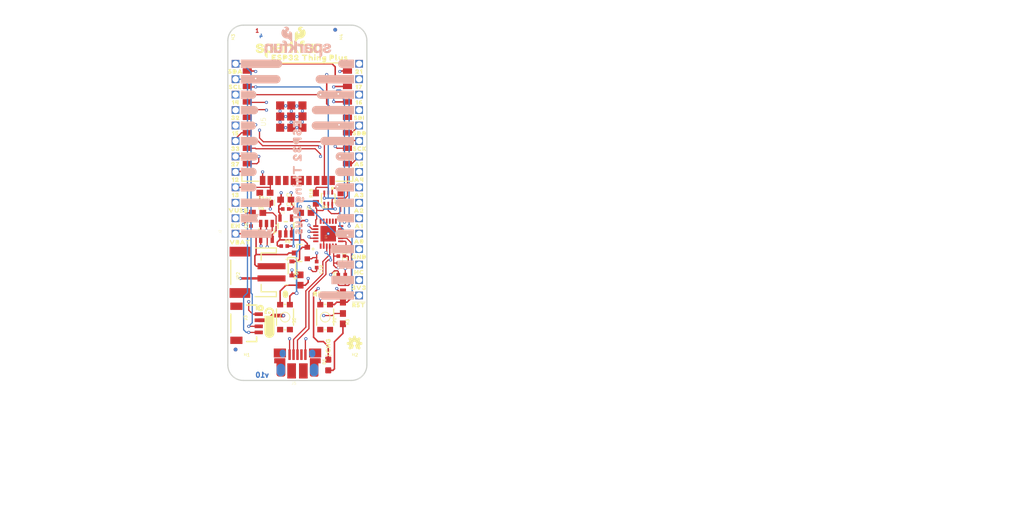
<source format=kicad_pcb>
(kicad_pcb (version 20211014) (generator pcbnew)
  (layers (0 "F.Cu" signal) (1 "In1.Cu" signal) (2 "In2.Cu" signal) (31 "B.Cu" signal) (34 "B.Paste" user) (35 "F.Paste" user) (36 "B.SilkS" user "B.Silkscreen") (37 "F.SilkS" user "F.Silkscreen") (38 "B.Mask" user) (39 "F.Mask" user) (44 "Edge.Cuts" user))
  (net 0 "")
  (net 1 "3.3V")
  (net 2 "CHIP_PU")
  (net 3 "GND")
  (net 4 "DTR")
  (net 5 "V_USB")
  (net 6 "D-")
  (net 7 "D+")
  (net 8 "VIN")
  (net 9 "RTS")
  (net 10 "CHG")
  (net 11 "N$14")
  (net 12 "V_BATT")
  (net 13 "N$10")
  (net 14 "N$12")
  (net 15 "0")
  (net 16 "N$17")
  (net 17 "N$1")
  (net 18 "A0")
  (net 19 "A1")
  (net 20 "A2")
  (net 21 "A3")
  (net 22 "A4")
  (net 23 "A5")
  (net 24 "SCK")
  (net 25 "COPI")
  (net 26 "CIPO")
  (net 27 "RX")
  (net 28 "TX")
  (net 29 "SDA")
  (net 30 "SCL")
  (net 31 "14")
  (net 32 "32")
  (net 33 "15")
  (net 34 "33")
  (net 35 "27")
  (net 36 "12")
  (net 37 "13")
  (net 38 "EN")
  (net 39 "16")
  (net 40 "17")
  (net 41 "N$2")
  (net 42 "21")
  (net 43 "N$4")
  (footprint "boardEagle:STAND-OFF-TIGHT" (layer "F.Cu") (at 139.6111 78.3336 90)
    (fp_text reference "H3")
    (fp_text value "STAND-OFFTIGHT")
  )
  (footprint "boardEagle:0402-TIGHT" (layer "F.Cu") (at 151.6761 115.1636 -90)
    (fp_text reference "C19")
    (fp_text value "4.7uF")
  )
  (footprint "boardEagle:330" (layer "F.Cu") (at 138.3411 96.1136)
    (fp_text reference "U$70" hide)
    (fp_text value "" hide)
  )
  (footprint "boardEagle:GND0" (layer "F.Cu") (at 158.6611 113.8936)
    (fp_text reference "U$83" hide)
    (fp_text value "" hide)
  )
  (footprint "boardEagle:270" (layer "F.Cu") (at 138.3411 98.6536)
    (fp_text reference "U$71" hide)
    (fp_text value "" hide)
  )
  (footprint "boardEagle:ORDERING_INSTRUCTIONS" (layer "F.Cu") (at 166.2811 83.4136)
    (fp_text reference "U$59" hide)
    (fp_text value "" hide)
  )
  (footprint "boardEagle:ESP32_THING_PLUS0" (layer "F.Cu") (at 143.5481 81.1276)
    (fp_text reference "U$24" hide)
    (fp_text value "" hide)
  )
  (footprint "boardEagle:RESET0" (layer "F.Cu") (at 153.1747 120.015)
    (fp_text reference "U$79" hide)
    (fp_text value "" hide)
  )
  (footprint "boardEagle:USB-MICROB-PTH-MILL" (layer "F.Cu") (at 148.5221 129.9718)
    (fp_text reference "J5")
    (fp_text value "")
  )
  (footprint "boardEagle:SDA0" (layer "F.Cu") (at 138.3411 83.4136)
    (fp_text reference "U$25" hide)
    (fp_text value "" hide)
  )
  (footprint "boardEagle:SOD-323" (layer "F.Cu") (at 147.6121 115.7986 -90)
    (fp_text reference "D2")
    (fp_text value "1A/23V/620mV")
  )
  (footprint "boardEagle:STAND-OFF-TIGHT" (layer "F.Cu") (at 157.3911 78.3336 90)
    (fp_text reference "H4")
    (fp_text value "STAND-OFFTIGHT")
  )
  (footprint "boardEagle:0603" (layer "F.Cu") (at 155.9941 124.0536 -90)
    (fp_text reference "R3")
    (fp_text value "1K")
  )
  (footprint "boardEagle:FOUR_LAYER_WARNING" (layer "F.Cu") (at 167.5511 94.8436)
    (fp_text reference "LOGO4" hide)
    (fp_text value "FOUR_LAYER_WARNING" hide)
  )
  (footprint "boardEagle:STAND-OFF-TIGHT" (layer "F.Cu") (at 157.3911 131.6736)
    (fp_text reference "H2")
    (fp_text value "STAND-OFFTIGHT")
  )
  (footprint "boardEagle:0603" (layer "F.Cu") (at 155.9941 120.4976 90)
    (fp_text reference "R2")
    (fp_text value "10k")
  )
  (footprint "boardEagle:LED-0603" (layer "F.Cu") (at 143.1671 105.0036)
    (fp_text reference "D3")
    (fp_text value "BLUE")
  )
  (footprint "boardEagle:VBAT0" (layer "F.Cu") (at 139.1285 111.4806)
    (fp_text reference "U$77" hide)
    (fp_text value "" hide)
  )
  (footprint "boardEagle:STAND-OFF-TIGHT" (layer "F.Cu") (at 139.6111 131.6736)
    (fp_text reference "H1")
    (fp_text value "STAND-OFFTIGHT")
  )
  (footprint "boardEagle:A40" (layer "F.Cu") (at 158.6611 101.1936)
    (fp_text reference "U$88" hide)
    (fp_text value "" hide)
  )
  (footprint "boardEagle:170" (layer "F.Cu") (at 158.6611 85.9536)
    (fp_text reference "U$94" hide)
    (fp_text value "" hide)
  )
  (footprint "boardEagle:SC70-6" (layer "F.Cu") (at 153.5811 104.2416 180)
    (fp_text reference "Q2")
    (fp_text value "MBT3904DW1T1")
  )
  (footprint "boardEagle:JST-2-SMD" (layer "F.Cu") (at 140.5509 116.4336 90)
    (fp_text reference "JP2")
    (fp_text value "LiPo")
  )
  (footprint "boardEagle:SOT23-5" (layer "F.Cu") (at 143.4211 109.7026 180)
    (fp_text reference "U1")
    (fp_text value "MCP73831")
  )
  (footprint "boardEagle:FIDUCIAL-MICRO" (layer "F.Cu") (at 138.3411 129.1336)
    (fp_text reference "FD3" hide)
    (fp_text value "FIDUCIALUFIDUCIAL" hide)
  )
  (footprint "boardEagle:0402-TIGHT" (layer "F.Cu") (at 155.7401 114.9096)
    (fp_text reference "C3")
    (fp_text value "4.7uF")
  )
  (footprint "boardEagle:SFE_LOGO_NAME_FLAME_.1" (layer "F.Cu") (at 147.2311 79.7306)
    (fp_text reference "LOGO5" hide)
    (fp_text value "SFE_LOGO_NAME_FLAME.1_INCH" hide)
  )
  (footprint "boardEagle:SDI0" (layer "F.Cu") (at 158.6865 91.0336)
    (fp_text reference "U$2" hide)
    (fp_text value "" hide)
  )
  (footprint "boardEagle:SCK0" (layer "F.Cu") (at 158.7627 96.1136)
    (fp_text reference "U$90" hide)
    (fp_text value "" hide)
  )
  (footprint "boardEagle:120" (layer "F.Cu") (at 138.3411 101.1936)
    (fp_text reference "U$72" hide)
    (fp_text value "" hide)
  )
  (footprint "boardEagle:0603" (layer "F.Cu") (at 155.6131 104.2416 -90)
    (fp_text reference "R17")
    (fp_text value "10k")
  )
  (footprint "boardEagle:0402-TIGHT" (layer "F.Cu") (at 146.5961 106.0196)
    (fp_text reference "C10")
    (fp_text value "1.0uF")
  )
  (footprint "boardEagle:1X16_SM_SQ_NOSILK" (layer "F.Cu") (at 158.6611 120.2436 90)
    (fp_text reference "J4")
    (fp_text value "")
  )
  (footprint "boardEagle:TACTILE_SWITCH_SMD_4.6X2.8MM" (layer "F.Cu") (at 146.4691 123.7996 -90)
    (fp_text reference "S2")
    (fp_text value "0")
  )
  (footprint "boardEagle:0402-TIGHT" (layer "F.Cu") (at 146.3421 112.1156)
    (fp_text reference "R8")
    (fp_text value "100k")
  )
  (footprint "boardEagle:FIDUCIAL-MICRO" (layer "F.Cu") (at 154.7241 76.5556)
    (fp_text reference "FD1" hide)
    (fp_text value "FIDUCIALUFIDUCIAL" hide)
  )
  (footprint "boardEagle:00" (layer "F.Cu") (at 146.6215 120.0658)
    (fp_text reference "U$96" hide)
    (fp_text value "" hide)
  )
  (footprint "boardEagle:QFN24" (layer "F.Cu") (at 153.5811 110.0836 90)
    (fp_text reference "U4")
    (fp_text value "CP210X")
  )
  (footprint "boardEagle:320" (layer "F.Cu") (at 138.3411 91.0336)
    (fp_text reference "U$68" hide)
    (fp_text value "" hide)
  )
  (footprint "boardEagle:OSHW-LOGO-MINI" (layer "F.Cu") (at 157.8991 128.1176)
    (fp_text reference "LOGO2" hide)
    (fp_text value "OSHW-LOGOMINI" hide)
  )
  (footprint "boardEagle:CREATIVE_COMMONS" (layer "F.Cu") (at 119.9261 153.2636)
    (fp_text reference "FRAME1" hide)
    (fp_text value "FRAME-LEDGER" hide)
  )
  (footprint "boardEagle:ESP-WROOM-32EU-NARROW" (layer "F.Cu") (at 148.5011 89.7636 90)
    (fp_text reference "U5")
    (fp_text value "ESP-WROOM-32EU")
  )
  (footprint "boardEagle:SCL0" (layer "F.Cu") (at 138.3411 85.9536)
    (fp_text reference "U$26" hide)
    (fp_text value "" hide)
  )
  (footprint "boardEagle:EN0" (layer "F.Cu") (at 138.3411 108.7882)
    (fp_text reference "U$76" hide)
    (fp_text value "" hide)
  )
  (footprint "boardEagle:130" (layer "F.Cu") (at 141.1097 105.029)
    (fp_text reference "U$74" hide)
    (fp_text value "" hide)
  )
  (footprint "boardEagle:SDO0" (layer "F.Cu") (at 158.7627 93.5736)
    (fp_text reference "U$6" hide)
    (fp_text value "" hide)
  )
  (footprint "boardEagle:CHG0" (layer "F.Cu") (at 153.5811 128.4986 90)
    (fp_text reference "U$78" hide)
    (fp_text value "" hide)
  )
  (footprint "boardEagle:0603" (layer "F.Cu") (at 151.5491 104.2416 90)
    (fp_text reference "R18")
    (fp_text value "10k")
  )
  (footprint "boardEagle:1X12_SM_SQ_NOSILK" (layer "F.Cu") (at 138.3411 110.0836 90)
    (fp_text reference "J2")
    (fp_text value "")
  )
  (footprint "boardEagle:0402-TIGHT" (layer "F.Cu") (at 155.2321 117.3226 90)
    (fp_text reference "R5")
    (fp_text value "22k")
  )
  (footprint "boardEagle:210" (layer "F.Cu") (at 158.6611 83.4136)
    (fp_text reference "U$95" hide)
    (fp_text value "" hide)
  )
  (footprint "boardEagle:#RST#0" (layer "F.Cu") (at 158.6103 121.7422)
    (fp_text reference "U$7" hide)
    (fp_text value "" hide)
  )
  (footprint "boardEagle:3V30" (layer "F.Cu") (at 158.6611 118.9736)
    (fp_text reference "U$81" hide)
    (fp_text value "" hide)
  )
  (footprint "boardEagle:A30" (layer "F.Cu") (at 158.6611 103.7336)
    (fp_text reference "U$87" hide)
    (fp_text value "" hide)
  )
  (footprint "boardEagle:VUSB0" (layer "F.Cu") (at 138.8237 106.2736)
    (fp_text reference "U$75" hide)
    (fp_text value "" hide)
  )
  (footprint "boardEagle:SOT23-5" (layer "F.Cu") (at 146.5961 108.8136)
    (fp_text reference "U3")
    (fp_text value "AP2112K-3.3V")
  )
  (footprint "boardEagle:0402-TIGHT" (layer "F.Cu") (at 156.3751 117.3226 -90)
    (fp_text reference "R9")
    (fp_text value "33k")
  )
  (footprint "boardEagle:A20" (layer "F.Cu") (at 158.6611 106.2736)
    (fp_text reference "U$86" hide)
    (fp_text value "" hide)
  )
  (footprint "boardEagle:TACTILE_SWITCH_SMD_4.6X2.8MM" (layer "F.Cu") (at 153.0731 123.7996 -90)
    (fp_text reference "S1")
    (fp_text value "RESET")
  )
  (footprint "boardEagle:0603" (layer "F.Cu") (at 143.1671 103.3526 180)
    (fp_text reference "R4")
    (fp_text value "1k")
  )
  (footprint "boardEagle:QWIIC_5MM" (layer "F.Cu") (at 143.9291 124.6886 -90)
    (fp_text reference "LOGO6" hide)
    (fp_text value "QWIIC_LOGO_5MM" hide)
  )
  (footprint "boardEagle:A10" (layer "F.Cu") (at 158.6611 108.8136)
    (fp_text reference "U$85" hide)
    (fp_text value "" hide)
  )
  (footprint "boardEagle:0603" (layer "F.Cu") (at 141.9733 106.6546)
    (fp_text reference "R6")
    (fp_text value "2.0k")
  )
  (footprint "boardEagle:1X04_1MM_RA" (layer "F.Cu") (at 142.1511 124.8156 -90)
    (fp_text reference "J3")
    (fp_text value "")
  )
  (footprint "boardEagle:0402-TIGHT" (layer "F.Cu") (at 149.0091 109.1946 90)
    (fp_text reference "C7")
    (fp_text value "1.0uF")
  )
  (footprint "boardEagle:NC0" (layer "F.Cu") (at 158.6611 116.4336)
    (fp_text reference "U$82" hide)
    (fp_text value "" hide)
  )
  (footprint "boardEagle:TP_15TH" (layer "F.Cu") (at 148.3741 119.8626)
    (fp_text reference "TP1" hide)
    (fp_text value "" hide)
  )
  (footprint "boardEagle:0603" (layer "F.Cu") (at 146.5961 104.4956)
    (fp_text reference "C1")
    (fp_text value "10uF")
  )
  (footprint "boardEagle:140" (layer "F.Cu") (at 138.3411 88.4936)
    (fp_text reference "U$58" hide)
    (fp_text value "" hide)
  )
  (footprint "boardEagle:0603" (layer "F.Cu") (at 149.8981 106.6546)
    (fp_text reference "R1")
    (fp_text value "10k")
  )
  (footprint "boardEagle:160" (layer "F.Cu") (at 158.6611 88.4936)
    (fp_text reference "U$93" hide)
    (fp_text value "" hide)
  )
  (footprint "boardEagle:SOT23-3@1" (layer "F.Cu") (at 149.1361 113.2586 90)
    (fp_text reference "Q1")
    (fp_text value "2.5A/30V")
  )
  (footprint "boardEagle:130" (layer "F.Cu") (at 138.3411 103.7336)
    (fp_text reference "U$73" hide)
    (fp_text value "" hide)
  )
  (footprint "boardEagle:A50" (layer "F.Cu") (at 158.6611 98.6536)
    (fp_text reference "U$89" hide)
    (fp_text value "" hide)
  )
  (footprint "boardEagle:LED-0603" (layer "F.Cu") (at 153.5811 131.6736 90)
    (fp_text reference "D1")
    (fp_text value "Yellow")
  )
  (footprint "boardEagle:0402-TIGHT" (layer "F.Cu") (at 155.7401 113.7666)
    (fp_text reference "C2")
    (fp_text value "0.1uF")
  )
  (footprint "boardEagle:A00" (layer "F.Cu") (at 158.6611 111.3536)
    (fp_text reference "U$84" hide)
    (fp_text value "" hide)
  )
  (footprint "boardEagle:0603" (layer "F.Cu") (at 149.0091 117.7036 90)
    (fp_text reference "R7")
    (fp_text value "10k")
  )
  (footprint "boardEagle:0402-TIGHT" (layer "F.Cu") (at 140.8811 109.3216 90)
    (fp_text reference "C6")
    (fp_text value "4.7uF")
  )
  (footprint "boardEagle:150" (layer "F.Cu") (at 138.3411 93.5736)
    (fp_text reference "U$69" hide)
    (fp_text value "" hide)
  )
  (footprint "boardEagle:#12#0" (layer "B.Cu") (at 138.8491 99.9236 180)
    (fp_text reference "U$39" hide)
    (fp_text value "" hide)
  )
  (footprint "boardEagle:##RESET##0" (layer "B.Cu") (at 158.1531 120.2436 180)
    (fp_text reference "U$46" hide)
    (fp_text value "" hide)
  )
  (footprint "boardEagle:ESP32_THING_PLUS_0" (layer "B.Cu") (at 148.5011 101.1936 -90)
    (fp_text reference "U$1" hide)
    (fp_text value "" hide)
  )
  (footprint "boardEagle:#VBAT#0" (layer "B.Cu") (at 138.8491 110.0836 180)
    (fp_text reference "U$42" hide)
    (fp_text value "" hide)
  )
  (footprint "boardEagle:#19#CIPO#0" (layer "B.Cu") (at 158.1531 89.7636 180)
    (fp_text reference "U$8" hide)
    (fp_text value "" hide)
  )
  (footprint "boardEagle:#VUSB#0" (layer "B.Cu") (at 138.8491 105.0036 180)
    (fp_text reference "U$41" hide)
    (fp_text value "" hide)
  )
  (footprint "boardEagle:#GND#0" (layer "B.Cu") (at 158.1531 112.6236 180)
    (fp_text reference "U$32" hide)
    (fp_text value "" hide)
  )
  (footprint "boardEagle:#18#COPI#0" (layer "B.Cu") (at 158.1531 92.3036 180)
    (fp_text reference "U$10" hide)
    (fp_text value "" hide)
  )
  (footprint "boardEagle:#NC#0" (layer "B.Cu") (at 158.1531 115.1636 180)
    (fp_text reference "U$44" hide)
    (fp_text value "" hide)
  )
  (footprint "boardEagle:#27#0" (layer "B.Cu") (at 138.8491 97.3836 180)
    (fp_text reference "U$38" hide)
    (fp_text value "" hide)
  )
  (footprint "boardEagle:#5#SCK#0" (layer "B.Cu") (at 158.1531 94.8436 180)
    (fp_text reference "U$11" hide)
    (fp_text value "" hide)
  )
  (footprint "boardEagle:#A2#0" (layer "B.Cu") (at 158.1531 105.0036 180)
    (fp_text reference "U$22" hide)
    (fp_text value "" hide)
  )
  (footprint "boardEagle:#21#0" (layer "B.Cu") (at 158.1531 82.1436 180)
    (fp_text reference "U$3" hide)
    (fp_text value "" hide)
  )
  (footprint "boardEagle:#15#0" (layer "B.Cu") (at 138.8491 92.3036 180)
    (fp_text reference "U$36" hide)
    (fp_text value "" hide)
  )
  (footprint "boardEagle:#A3#0" (layer "B.Cu") (at 158.1531 102.4636 180)
    (fp_text reference "U$21" hide)
    (fp_text value "" hide)
  )
  (footprint "boardEagle:#22#SCL#0" (layer "B.Cu") (at 138.8491 84.6836 180)
    (fp_text reference "U$33" hide)
    (fp_text value "" hide)
  )
  (footprint "boardEagle:FIDUCIAL-MICRO" (layer "B.Cu") (at 154.7241 76.5556 180)
    (fp_text reference "FD2" hide)
    (fp_text value "FIDUCIALUFIDUCIAL" hide)
  )
  (footprint "boardEagle:#17#TX1#0" (layer "B.Cu") (at 158.1531 84.6836 180)
    (fp_text reference "U$4" hide)
    (fp_text value "" hide)
  )
  (footprint "boardEagle:#14#0" (layer "B.Cu") (at 138.8491 87.2236 180)
    (fp_text reference "U$34" hide)
    (fp_text value "" hide)
  )
  (footprint "boardEagle:#A4#0" (layer "B.Cu") (at 158.1531 99.9236 180)
    (fp_text reference "U$19" hide)
    (fp_text value "" hide)
  )
  (footprint "boardEagle:FIDUCIAL-MICRO" (layer "B.Cu") (at 138.3411 129.1336 180)
    (fp_text reference "FD4" hide)
    (fp_text value "FIDUCIALUFIDUCIAL" hide)
  )
  (footprint "boardEagle:#EN#0" (layer "B.Cu") (at 138.8491 107.5436 180)
    (fp_text reference "U$43" hide)
    (fp_text value "" hide)
  )
  (footprint "boardEagle:#23#SDA#0" (layer "B.Cu") (at 138.8491 82.1436 180)
    (fp_text reference "U$31" hide)
    (fp_text value "" hide)
  )
  (footprint "boardEagle:#A0#0" (layer "B.Cu") (at 158.1531 110.0836 180)
    (fp_text reference "U$28" hide)
    (fp_text value "" hide)
  )
  (footprint "boardEagle:#32#0" (layer "B.Cu") (at 138.8491 89.7636 180)
    (fp_text reference "U$35" hide)
    (fp_text value "" hide)
  )
  (footprint "boardEagle:#3V3#0" (layer "B.Cu") (at 158.1531 117.7036 180)
    (fp_text reference "U$45" hide)
    (fp_text value "" hide)
  )
  (footprint "boardEagle:#A5#0" (layer "B.Cu") (at 158.1531 97.3836 180)
    (fp_text reference "U$12" hide)
    (fp_text value "" hide)
  )
  (footprint "boardEagle:#16#RX1#0" (layer "B.Cu") (at 158.1531 87.2236 180)
    (fp_text reference "U$5" hide)
    (fp_text value "" hide)
  )
  (footprint "boardEagle:#13#0" (layer "B.Cu") (at 138.8491 102.4636 180)
    (fp_text reference "U$40" hide)
    (fp_text value "" hide)
  )
  (footprint "boardEagle:#A1#0" (layer "B.Cu") (at 158.1531 107.5436 180)
    (fp_text reference "U$27" hide)
    (fp_text value "" hide)
  )
  (footprint "boardEagle:#33#0" (layer "B.Cu") (at 138.8491 94.8436 180)
    (fp_text reference "U$37" hide)
    (fp_text value "" hide)
  )
  (footprint "boardEagle:SFE_LOGO_NAME_FLAME_.1" (layer "B.Cu") (at 148.5011 79.7306 180)
    (fp_text reference "LOGO3" hide)
    (fp_text value "SFE_LOGO_NAME_FLAME.1_INCH" hide)
  )
  (gr_arc (start 139.6111 134.2136) (mid 137.815049 133.469651) (end 137.0711 131.6736) (layer "Edge.Cuts") (width 0.2032))
  (gr_arc (start 157.3911 75.7936) (mid 159.187151 76.537549) (end 159.9311 78.3336) (layer "Edge.Cuts") (width 0.2032))
  (gr_arc (start 137.0711 78.3336) (mid 137.815049 76.537549) (end 139.6111 75.7936) (layer "Edge.Cuts") (width 0.2032))
  (gr_line (start 157.3911 75.7936) (end 139.6111 75.7936) (layer "Edge.Cuts") (width 0.2032))
  (gr_line (start 139.6111 134.2136) (end 157.3911 134.2136) (layer "Edge.Cuts") (width 0.2032))
  (gr_arc (start 159.9311 131.6736) (mid 159.187151 133.469651) (end 157.3911 134.2136) (layer "Edge.Cuts") (width 0.2032))
  (gr_line (start 137.0711 78.3336) (end 137.0711 131.6736) (layer "Edge.Cuts") (width 0.2032))
  (gr_line (start 159.9311 131.6736) (end 159.9311 78.3336) (layer "Edge.Cuts") (width 0.2032))
  (gr_text "1" (at 141.5161 77.0636) (layer "F.Cu") (effects (font (size 0.6096 0.6096) (thickness 0.2032)) (justify left bottom)))
  (gr_text "4" (at 142.9131 77.9526) (layer "B.Cu") (effects (font (size 0.6096 0.6096) (thickness 0.2032)) (justify left bottom mirror)))
  (gr_text "v10" (at 143.9291 133.3246) (layer "B.Cu") (effects (font (size 0.8128 0.8128) (thickness 0.2032)) (justify left mirror)))
  (gr_text "-" (at 146.2151 118.8466) (layer "F.SilkS") (effects (font (size 0.69088 0.69088) (thickness 0.12192)) (justify left bottom)))
  (gr_text "+" (at 146.3421 114.6556) (layer "F.SilkS") (effects (font (size 0.69088 0.69088) (thickness 0.12192)) (justify left bottom)))
  (segment (start 145.4531 105.5116) (end 145.4531 106.0196) (width 0.254) (layer "F.Cu") (net 1))
  (segment (start 154.8511 113.1316) (end 154.4701 113.1316) (width 0.2032) (layer "F.Cu") (net 1))
  (segment (start 149.0091 106.6156) (end 149.0091 105.6386) (width 0.2032) (layer "F.Cu") (net 1))
  (segment (start 145.6461 106.7206) (end 145.6461 107.5135) (width 0.254) (layer "F.Cu") (net 1))
  (segment (start 155.9941 119.6476) (end 155.3981 119.6476) (width 0.254) (layer "F.Cu") (net 1))
  (segment (start 145.7461 105.2186) (end 145.4531 105.5116) (width 0.254) (layer "F.Cu") (net 1))
  (segment (start 140.2631 84.6036) (end 141.5961 84.6036) (width 0.2032) (layer "F.Cu") (net 1))
  (segment (start 154.8311 113.1116) (end 154.8511 113.1316) (width 0.2032) (layer "F.Cu") (net 1))
  (segment (start 155.2401 114.9096) (end 154.4701 114.9096) (width 0.2032) (layer "F.Cu") (net 1))
  (segment (start 154.4701 115.2906) (end 154.4701 114.9096) (width 0.2032) (layer "F.Cu") (net 1))
  (segment (start 149.0481 106.6546) (end 149.0091 106.6156) (width 0.2032) (layer "F.Cu") (net 1))
  (segment (start 144.4371 123.5456) (end 146.2151 123.5456) (width 0.6096) (layer "F.Cu") (net 1))
  (segment (start 145.4531 106.5276) (end 145.6461 106.7206) (width 0.254) (layer "F.Cu") (net 1))
  (segment (start 145.4531 106.0196) (end 145.4531 106.5276) (width 0.254) (layer "F.Cu") (net 1))
  (segment (start 155.2321 115.6716) (end 154.8511 115.6716) (width 0.2032) (layer "F.Cu") (net 1))
  (segment (start 145.7461 104.4956) (end 145.7461 105.2186) (width 0.254) (layer "F.Cu") (net 1))
  (segment (start 156.3551 111.3336) (end 156.5021 111.4806) (width 0.2032) (layer "F.Cu") (net 1))
  (segment (start 154.3311 112.9926) (end 154.3311 112.1336) (width 0.2032) (layer "F.Cu") (net 1))
  (segment (start 154.9781 119.2276) (end 154.9781 119.1006) (width 0.254) (layer "F.Cu") (net 1))
  (segment (start 156.5021 111.4806) (end 156.5021 112.8776) (width 0.2032) (layer "F.Cu") (net 1))
  (segment (start 154.8311 112.1336) (end 154.8311 113.1116) (width 0.2032) (layer "F.Cu") (net 1))
  (segment (start 145.8341 103.3526) (end 145.8341 104.4076) (width 0.254) (layer "F.Cu") (net 1))
  (segment (start 143.6671 124.3156) (end 144.4371 123.5456) (width 0.6096) (layer "F.Cu") (net 1))
  (segment (start 155.3981 119.6476) (end 154.9781 119.2276) (width 0.254) (layer "F.Cu") (net 1))
  (segment (start 154.4701 113.1316) (end 154.3311 112.9926) (width 0.2032) (layer "F.Cu") (net 1))
  (segment (start 146.0961 106.0196) (end 145.4531 106.0196) (width 0.254) (layer "F.Cu") (net 1))
  (segment (start 154.4701 114.9096) (end 154.4701 113.7666) (width 0.2032) (layer "F.Cu") (net 1))
  (segment (start 155.2401 113.7666) (end 155.2321 113.7586) (width 0.2032) (layer "F.Cu") (net 1))
  (segment (start 156.5021 112.8776) (end 156.2481 113.1316) (width 0.2032) (layer "F.Cu") (net 1))
  (segment (start 154.4701 113.7666) (end 154.4701 113.1316) (width 0.2032) (layer "F.Cu") (net 1))
  (segment (start 155.2401 113.7666) (end 154.4701 113.7666) (width 0.2032) (layer "F.Cu") (net 1))
  (segment (start 155.6311 111.3336) (end 156.3551 111.3336) (width 0.2032) (layer "F.Cu") (net 1))
  (segment (start 156.2481 113.1316) (end 154.8511 113.1316) (width 0.2032) (layer "F.Cu") (net 1))
  (segment (start 141.5961 84.6036) (end 141.6431 84.5566) (width 0.2032) (layer "F.Cu") (net 1))
  (segment (start 145.8341 104.4076) (end 145.7461 104.4956) (width 0.254) (layer "F.Cu") (net 1))
  (segment (start 142.1511 124.3156) (end 143.6671 124.3156) (width 0.6096) (layer "F.Cu") (net 1))
  (segment (start 154.8511 115.6716) (end 154.4701 115.2906) (width 0.2032) (layer "F.Cu") (net 1))
  (via (at 154.9781 119.1006) (size 0.508) (drill 0.254) (layers "F.Cu" "B.Cu") (net 1))
  (via (at 146.2151 123.5456) (size 0.508) (drill 0.254) (layers "F.Cu" "B.Cu") (net 1))
  (via (at 155.2321 115.6716) (size 0.508) (drill 0.254) (layers "F.Cu" "B.Cu") (net 1))
  (via (at 141.6431 84.5566) (size 0.508) (drill 0.254) (layers "F.Cu" "B.Cu") (net 1))
  (via (at 145.8341 103.3526) (size 0.508) (drill 0.254) (layers "F.Cu" "B.Cu") (net 1))
  (via (at 149.0091 105.6386) (size 0.508) (drill 0.254) (layers "F.Cu" "B.Cu") (net 1))
  (segment (start 141.6431 85.9536) (end 140.3431 85.9536) (width 0.2032) (layer "F.Cu") (net 2))
  (segment (start 154.9781 121.3476) (end 155.9941 121.3476) (width 0.254) (layer "F.Cu") (net 2))
  (segment (start 153.8731 121.7286) (end 154.5971 121.7286) (width 0.254) (layer "F.Cu") (net 2))
  (segment (start 155.9941 121.3476) (end 156.6681 121.3476) (width 0.254) (layer "F.Cu") (net 2))
  (segment (start 157.7721 120.2436) (end 158.6611 120.2436) (width 0.254) (layer "F.Cu") (net 2))
  (segment (start 153.8731 121.7496) (end 153.8731 121.7286) (width 0.254) (layer "F.Cu") (net 2))
  (segment (start 154.5971 121.7286) (end 154.9781 121.3476) (width 0.254) (layer "F.Cu") (net 2))
  (segment (start 152.9311 104.2266) (end 152.9311 103.3216) (width 0.2032) (layer "F.Cu") (net 2))
  (segment (start 152.9461 104.2416) (end 152.9311 104.2266) (width 0.2032) (layer "F.Cu") (net 2))
  (segment (start 156.6681 121.3476) (end 157.7721 120.2436) (width 0.254) (layer "F.Cu") (net 2))
  (segment (start 140.3431 85.9536) (end 140.2631 85.8736) (width 0.2032) (layer "F.Cu") (net 2))
  (via (at 152.9461 104.2416) (size 0.508) (drill 0.254) (layers "F.Cu" "B.Cu") (net 2))
  (via (at 141.6431 85.9536) (size 0.508) (drill 0.254) (layers "F.Cu" "B.Cu") (net 2))
  (segment (start 152.9461 104.2416) (end 153.5811 104.2416) (width 0.2032) (layer "B.Cu") (net 2))
  (segment (start 157.5181 119.8626) (end 157.5181 118.212969) (width 0.2032) (layer "B.Cu") (net 2))
  (segment (start 152.1841 85.9536) (end 153.5811 87.3506) (width 0.2032) (layer "B.Cu") (net 2))
  (segment (start 153.5811 87.3506) (end 153.5811 104.2416) (width 0.2032) (layer "B.Cu") (net 2))
  (segment (start 157.4927 118.187569) (end 157.4927 110.0582) (width 0.2032) (layer "B.Cu") (net 2))
  (segment (start 156.2481 109.5756) (end 155.4861 108.8136) (width 0.2032) (layer "B.Cu") (net 2))
  (segment (start 157.8991 120.2436) (end 157.5181 119.8626) (width 0.2032) (layer "B.Cu") (net 2))
  (segment (start 153.5811 104.2416) (end 154.9781 104.2416) (width 0.2032) (layer "B.Cu") (net 2))
  (segment (start 152.1841 85.9536) (end 141.6431 85.9536) (width 0.2032) (layer "B.Cu") (net 2))
  (segment (start 157.0101 109.5756) (end 156.2481 109.5756) (width 0.2032) (layer "B.Cu") (net 2))
  (segment (start 157.5181 118.212969) (end 157.4927 118.187569) (width 0.2032) (layer "B.Cu") (net 2))
  (segment (start 155.4861 108.8136) (end 155.4861 104.7496) (width 0.2032) (layer "B.Cu") (net 2))
  (segment (start 158.6611 120.2436) (end 157.8991 120.2436) (width 0.2032) (layer "B.Cu") (net 2))
  (segment (start 157.4927 110.0582) (end 157.0101 109.5756) (width 0.2032) (layer "B.Cu") (net 2))
  (segment (start 155.4861 104.7496) (end 154.9781 104.2416) (width 0.2032) (layer "B.Cu") (net 2))
  (segment (start 144.2509 117.4336) (end 139.1031 117.4336) (width 0.4064) (layer "F.Cu") (net 3))
  (segment (start 141.1591 123.3156) (end 140.5001 122.6566) (width 0.2032) (layer "F.Cu") (net 3))
  (segment (start 140.2631 83.3336) (end 141.5631 83.3336) (width 0.254) (layer "F.Cu") (net 3))
  (segment (start 149.0091 118.5536) (end 149.8101 118.5536) (width 0.254) (layer "F.Cu") (net 3))
  (segment (start 149.2631 107.9246) (end 150.0251 107.9246) (width 0.254) (layer "F.Cu") (net 3))
  (segment (start 142.1511 123.3156) (end 141.1591 123.3156) (width 0.2032) (layer "F.Cu") (net 3))
  (segment (start 147.8661 105.7656) (end 147.8661 105.5116) (width 0.254) (layer "F.Cu") (net 3))
  (segment (start 150.2791 118.0846) (end 150.2791 117.4496) (width 0.254) (layer "F.Cu") (net 3))
  (segment (start 144.0441 106.0076) (end 144.0561 106.0196) (width 0.254) (layer "F.Cu") (net 3))
  (segment (start 156.2401 114.9096) (end 156.8831 114.9096) (width 0.2032) (layer "F.Cu") (net 3))
  (segment (start 150.5331 115.7986) (end 151.0411 116.3066) (width 0.2032) (layer "F.Cu") (net 3))
  (segment (start 140.5001 122.6566) (end 140.5001 121.2596) (width 0.2032) (layer "F.Cu") (net 3))
  (segment (start 147.4851 105.1306) (end 147.4851 104.4566) (width 0.254) (layer "F.Cu") (net 3))
  (segment (start 156.3751 115.7986) (end 156.6291 115.7986) (width 0.2032) (layer "F.Cu") (net 3))
  (segment (start 146.5961 110.1137) (end 146.5961 108.9406) (width 0.254) (layer "F.Cu") (net 3))
  (segment (start 156.8831 113.8936) (end 156.7561 113.7666) (width 0.2032) (layer "F.Cu") (net 3))
  (segment (start 151.6761 116.1796) (end 151.6761 115.6636) (width 0.2032) (layer "F.Cu") (net 3))
  (segment (start 156.7391 83.3336) (end 155.5661 83.3336) (width 0.254) (layer "F.Cu") (net 3))
  (segment (start 143.4211 108.4025) (end 143.4211 109.5756) (width 0.2032) (layer "F.Cu") (net 3))
  (segment (start 156.8831 115.5446) (end 156.8831 114.9096) (width 0.2032) (layer "F.Cu") (net 3))
  (segment (start 147.4851 103.3526) (end 147.4851 104.4566) (width 0.254) (layer "F.Cu") (net 3))
  (segment (start 145.6691 121.7496) (end 145.6691 119.5196) (width 0.254) (layer "F.Cu") (net 3))
  (segment (start 151.5491 116.3066) (end 151.6761 116.1796) (width 0.2032) (layer "F.Cu") (net 3))
  (segment (start 152.8311 112.1336) (end 152.8311 110.8336) (width 0.2032) (layer "F.Cu") (net 3))
  (segment (start 149.8221 127.4316) (end 149.8221 129.9718) (width 0.2032) (layer "F.Cu") (net 3))
  (segment (start 147.8661 105.5116) (end 147.4851 105.1306) (width 0.254) (layer "F.Cu") (net 3))
  (segment (start 152.2731 120.7516) (end 152.3111 120.7516) (width 0.2032) (layer "F.Cu") (net 3))
  (segment (start 156.3751 116.8226) (end 156.3751 115.7986) (width 0.2032) (layer "F.Cu") (net 3))
  (segment (start 147.6121 106.0196) (end 147.8661 105.7656) (width 0.254) (layer "F.Cu") (net 3))
  (segment (start 156.6291 115.7986) (end 156.8831 115.5446) (width 0.2032) (layer "F.Cu") (net 3))
  (segment (start 149.8101 118.5536) (end 150.2791 118.0846) (width 0.254) (layer "F.Cu") (net 3))
  (segment (start 156.8831 114.9096) (end 156.8831 113.8936) (width 0.2032) (layer "F.Cu") (net 3))
  (segment (start 140.8811 108.8216) (end 140.8811 108.3056) (width 0.2032) (layer "F.Cu") (net 3))
  (segment (start 152.2731 121.7496) (end 152.2731 120.7516) (width 0.2032) (layer "F.Cu") (net 3))
  (segment (start 151.0411 116.3066) (end 151.5491 116.3066) (width 0.2032) (layer "F.Cu") (net 3))
  (segment (start 152.8311 110.8336) (end 153.5811 110.0836) (width 0.2032) (layer "F.Cu") (net 3))
  (segment (start 141.1233 106.6546) (end 139.9921 106.6546) (width 0.2032) (layer "F.Cu") (net 3))
  (segment (start 144.0441 105.0036) (end 144.0441 106.0076) (width 0.254) (layer "F.Cu") (net 3))
  (segment (start 147.0961 106.0196) (end 147.6121 106.0196) (width 0.254) (layer "F.Cu") (net 3))
  (segment (start 149.8981 127.3556) (end 149.8221 127.4316) (width 0.2032) (layer "F.Cu") (net 3))
  (segment (start 141.5631 83.3336) (end 141.6431 83.4136) (width 0.254) (layer "F.Cu") (net 3))
  (segment (start 147.4851 104.4566) (end 147.4461 104.4956) (width 0.254) (layer "F.Cu") (net 3))
  (segment (start 155.5661 83.3336) (end 155.4861 83.4136) (width 0.254) (layer "F.Cu") (net 3))
  (segment (start 149.0091 108.1786) (end 149.2631 107.9246) (width 0.254) (layer "F.Cu") (net 3))
  (segment (start 145.6691 119.5196) (end 146.6351 118.5536) (width 0.254) (layer "F.Cu") (net 3))
  (segment (start 156.7561 113.7666) (end 156.2401 113.7666) (width 0.2032) (layer "F.Cu") (net 3))
  (segment (start 142.7861 101.3336) (end 142.7861 99.9236) (width 0.2032) (layer "F.Cu") (net 3))
  (segment (start 140.8811 108.3056) (end 140.6271 108.0516) (width 0.2032) (layer "F.Cu") (net 3))
  (segment (start 140.6271 108.0516) (end 140.1191 108.0516) (width 0.2032) (layer "F.Cu") (net 3))
  (segment (start 146.6351 118.5536) (end 149.0091 118.5536) (width 0.254) (layer "F.Cu") (net 3))
  (segment (start 149.0091 108.6946) (end 149.0091 108.1786) (width 0.254) (layer "F.Cu") (net 3))
  (segment (start 139.6111 106.2736) (end 139.9921 106.6546) (width 0.2032) (layer "F.Cu") (net 3))
  (segment (start 140.1191 108.0516) (end 139.6111 108.5596) (width 0.2032) (layer "F.Cu") (net 3))
  (via (at 144.0561 106.0196) (size 0.508) (drill 0.254) (layers "F.Cu" "B.Cu") (net 3))
  (via (at 147.5115 89.9256) (size 0.508) (drill 0.254) (layers "F.Cu" "B.Cu") (net 3))
  (via (at 146.5961 108.9406) (size 0.508) (drill 0.254) (layers "F.Cu" "B.Cu") (net 3))
  (via (at 148.4259 92.6434) (size 0.508) (drill 0.254) (layers "F.Cu" "B.Cu") (net 3))
  (via (at 152.3111 120.7516) (size 0.508) (drill 0.254) (layers "F.Cu" "B.Cu") (net 3))
  (via (at 153.5811 110.0836) (size 0.508) (drill 0.254) (layers "F.Cu" "B.Cu") (net 3))
  (via (at 148.4005 89.0874) (size 0.508) (drill 0.254) (layers "F.Cu" "B.Cu") (net 3))
  (via (at 139.6111 106.2736) (size 0.508) (drill 0.254) (layers "F.Cu" "B.Cu") (net 3))
  (via (at 139.6111 108.5596) (size 0.508) (drill 0.254) (layers "F.Cu" "B.Cu") (net 3))
  (via (at 156.3751 115.7986) (size 0.508) (drill 0.254) (layers "F.Cu" "B.Cu") (net 3))
  (via (at 146.5717 90.8146) (size 0.508) (drill 0.254) (layers "F.Cu" "B.Cu") (net 3))
  (via (at 142.7861 99.9236) (size 0.508) (drill 0.254) (layers "F.Cu" "B.Cu") (net 3))
  (via (at 150.0251 107.9246) (size 0.508) (drill 0.254) (layers "F.Cu" "B.Cu") (net 3))
  (via (at 145.6573 89.9256) (size 0.508) (drill 0.254) (layers "F.Cu" "B.Cu") (net 3))
  (via (at 146.5717 92.6434) (size 0.508) (drill 0.254) (layers "F.Cu" "B.Cu") (net 3))
  (via (at 150.5331 115.7986) (size 0.508) (drill 0.254) (layers "F.Cu" "B.Cu") (net 3))
  (via (at 150.2791 117.4496) (size 0.508) (drill 0.254) (layers "F.Cu" "B.Cu") (net 3))
  (via (at 149.8981 127.3556) (size 0.508) (drill 0.254) (layers "F.Cu" "B.Cu") (net 3))
  (via (at 147.4851 103.3526) (size 0.508) (drill 0.254) (layers "F.Cu" "B.Cu") (net 3))
  (via (at 139.1031 117.4336) (size 0.508) (drill 0.254) (layers "F.Cu" "B.Cu") (net 3))
  (via (at 143.4211 109.5756) (size 0.508) (drill 0.254) (layers "F.Cu" "B.Cu") (net 3))
  (via (at 145.6573 91.729) (size 0.508) (drill 0.254) (layers "F.Cu" "B.Cu") (net 3))
  (via (at 147.4861 91.7544) (size 0.508) (drill 0.254) (layers "F.Cu" "B.Cu") (net 3))
  (via (at 146.5717 89.062) (size 0.508) (drill 0.254) (layers "F.Cu" "B.Cu") (net 3))
  (via (at 140.5001 121.2596) (size 0.508) (drill 0.254) (layers "F.Cu" "B.Cu") (net 3))
  (via (at 149.3403 91.7036) (size 0.508) (drill 0.254) (layers "F.Cu" "B.Cu") (net 3))
  (via (at 141.6431 83.4136) (size 0.508) (drill 0.254) (layers "F.Cu" "B.Cu") (net 3))
  (via (at 155.4861 83.4136) (size 0.508) (drill 0.254) (layers "F.Cu" "B.Cu") (net 3))
  (via (at 149.3403 89.9002) (size 0.508) (drill 0.254) (layers "F.Cu" "B.Cu") (net 3))
  (via (at 148.4259 90.8146) (size 0.508) (drill 0.254) (layers "F.Cu" "B.Cu") (net 3))
  (segment (start 155.6131 103.3916) (end 155.6131 102.5906) (width 0.2032) (layer "F.Cu") (net 4))
  (segment (start 154.2311 102.8296) (end 154.2311 103.3216) (width 0.2032) (layer "F.Cu") (net 4))
  (segment (start 155.1051 102.3366) (end 155.3591 102.3366) (width 0.2032) (layer "F.Cu") (net 4))
  (segment (start 155.6131 102.5906) (end 155.3591 102.3366) (width 0.2032) (layer "F.Cu") (net 4))
  (segment (start 155.1051 102.3366) (end 154.8511 102.5906) (width 0.2032) (layer "F.Cu") (net 4))
  (segment (start 154.4701 102.5906) (end 154.2311 102.8296) (width 0.2032) (layer "F.Cu") (net 4))
  (segment (start 150.6481 110.8336) (end 150.4061 110.5916) (width 0.2032) (layer "F.Cu") (net 4))
  (segment (start 151.5311 110.8336) (end 150.6481 110.8336) (width 0.2032) (layer "F.Cu") (net 4))
  (segment (start 154.8511 102.5906) (end 154.4701 102.5906) (width 0.2032) (layer "F.Cu") (net 4))
  (via (at 150.4061 110.5916) (size 0.508) (drill 0.254) (layers "F.Cu" "B.Cu") (net 4))
  (via (at 155.1051 102.3366) (size 0.508) (drill 0.254) (layers "F.Cu" "B.Cu") (net 4))
  (segment (start 150.8531 114.2086) (end 151.0411 114.0206) (width 0.2032) (layer "F.Cu") (net 5))
  (segment (start 149.0091 116.8536) (end 148.3351 116.8536) (width 0.254) (layer "F.Cu") (net 5))
  (segment (start 154.5971 116.1796) (end 153.9621 116.8146) (width 0.2032) (layer "F.Cu") (net 5))
  (segment (start 154.2551 123.5456) (end 152.8191 123.5456) (width 0.2032) (layer "F.Cu") (net 5))
  (segment (start 148.2471 116.9416) (end 147.6191 116.9416) (width 0.254) (layer "F.Cu") (net 5))
  (segment (start 154.5971 123.2036) (end 154.2551 123.5456) (width 0.2032) (layer "F.Cu") (net 5))
  (segment (start 147.2221 129.9718) (end 147.2221 127.3556) (width 0.2032) (layer "F.Cu") (net 5))
  (segment (start 147.6121 116.9486) (end 147.6191 116.9416) (width 0.254) (layer "F.Cu") (net 5))
  (segment (start 155.1051 116.1796) (end 154.5971 116.1796) (width 0.2032) (layer "F.Cu") (net 5))
  (segment (start 142.4711 112.0546) (end 142.5321 112.1156) (width 0.254) (layer "F.Cu") (net 5))
  (segment (start 151.0411 114.0206) (end 151.6761 114.0206) (width 0.2032) (layer "F.Cu") (net 5))
  (segment (start 147.6121 116.9486) (end 147.6121 116.0526) (width 0.254) (layer "F.Cu") (net 5))
  (segment (start 148.3351 116.8536) (end 148.2471 116.9416) (width 0.254) (layer "F.Cu") (net 5))
  (segment (start 155.2321 116.3066) (end 155.1051 116.1796) (width 0.2032) (layer "F.Cu") (net 5))
  (segment (start 150.1361 114.2086) (end 150.8531 114.2086) (width 0.2032) (layer "F.Cu") (net 5))
  (segment (start 155.2321 116.8226) (end 155.2321 116.3066) (width 0.2032) (layer "F.Cu") (net 5))
  (segment (start 151.6761 114.6636) (end 151.6761 114.0206) (width 0.2032) (layer "F.Cu") (net 5))
  (segment (start 151.6761 114.0206) (end 151.6761 113.2586) (width 0.2032) (layer "F.Cu") (net 5))
  (segment (start 155.9941 123.2036) (end 154.5971 123.2036) (width 0.2032) (layer "F.Cu") (net 5))
  (segment (start 142.4711 111.0027) (end 142.4711 112.0546) (width 0.254) (layer "F.Cu") (net 5))
  (via (at 151.6761 113.2586) (size 0.508) (drill 0.254) (layers "F.Cu" "B.Cu") (net 5))
  (via (at 153.9621 116.8146) (size 0.508) (drill 0.254) (layers "F.Cu" "B.Cu") (net 5))
  (via (at 152.8191 123.5456) (size 0.508) (drill 0.254) (layers "F.Cu" "B.Cu") (net 5))
  (via (at 147.2221 127.3556) (size 0.508) (drill 0.254) (layers "F.Cu" "B.Cu") (net 5))
  (via (at 147.6121 116.0526) (size 0.508) (drill 0.254) (layers "F.Cu" "B.Cu") (net 5))
  (via (at 142.5321 112.1156) (size 0.508) (drill 0.254) (layers "F.Cu" "B.Cu") (net 5))
  (segment (start 152.6921 116.6876) (end 149.8981 119.4816) (width 0.2032) (layer "F.Cu") (net 6))
  (segment (start 149.8981 125.4506) (end 147.8721 127.4766) (width 0.2032) (layer "F.Cu") (net 6))
  (segment (start 153.8311 112.1336) (end 153.8311 113.5166) (width 0.2032) (layer "F.Cu") (net 6))
  (segment (start 153.8311 113.5166) (end 152.6921 114.6556) (width 0.2032) (layer "F.Cu") (net 6))
  (segment (start 149.8981 119.4816) (end 149.8981 125.4506) (width 0.2032) (layer "F.Cu") (net 6))
  (segment (start 152.6921 114.6556) (end 152.6921 116.6876) (width 0.2032) (layer "F.Cu") (net 6))
  (segment (start 147.8721 127.4766) (end 147.8721 129.9718) (width 0.2032) (layer "F.Cu") (net 6))
  (segment (start 153.2001 116.773575) (end 153.2001 114.7826) (width 0.2032) (layer "F.Cu") (net 7))
  (segment (start 153.3311 113.0514) (end 153.3311 112.1336) (width 0.2032) (layer "F.Cu") (net 7))
  (segment (start 153.2001 113.1824) (end 153.3311 113.0514) (width 0.2032) (layer "F.Cu") (net 7))
  (segment (start 153.5811 114.4016) (end 153.9621 114.4016) (width 0.2032) (layer "F.Cu") (net 7))
  (segment (start 148.5221 127.5886) (end 148.5221 129.9718) (width 0.2032) (layer "F.Cu") (net 7))
  (segment (start 150.4061 119.567575) (end 153.2001 116.773575) (width 0.2032) (layer "F.Cu") (net 7))
  (segment (start 153.5811 114.4016) (end 153.2001 114.7826) (width 0.2032) (layer "F.Cu") (net 7))
  (segment (start 148.5221 127.5886) (end 150.4061 125.7046) (width 0.2032) (layer "F.Cu") (net 7))
  (segment (start 150.4061 125.7046) (end 150.4061 119.567575) (width 0.2032) (layer "F.Cu") (net 7))
  (via (at 153.2001 113.1824) (size 0.508) (drill 0.254) (layers "F.Cu" "B.Cu") (net 7))
  (via (at 153.9621 114.4016) (size 0.508) (drill 0.254) (layers "F.Cu" "B.Cu") (net 7))
  (segment (start 153.9621 114.4016) (end 153.9621 113.9444) (width 0.2032) (layer "B.Cu") (net 7))
  (segment (start 153.9621 113.9444) (end 153.2001 113.1824) (width 0.2032) (layer "B.Cu") (net 7))
  (segment (start 148.8681 112.7646) (end 149.3241 112.3086) (width 0.254) (layer "F.Cu") (net 8))
  (segment (start 145.6461 111.0336) (end 145.5801 111.0996) (width 0.254) (layer "F.Cu") (net 8))
  (segment (start 148.8681 114.2746) (end 148.8681 112.7646) (width 0.254) (layer "F.Cu") (net 8))
  (segment (start 145.6461 110.1137) (end 145.6461 111.0336) (width 0.254) (layer "F.Cu") (net 8))
  (segment (start 149.0091 109.6946) (end 149.0091 111.0996) (width 0.254) (layer "F.Cu") (net 8))
  (segment (start 147.6121 114.6486) (end 148.4941 114.6486) (width 0.254) (layer "F.Cu") (net 8))
  (segment (start 148.4941 114.6486) (end 148.8681 114.2746) (width 0.254) (layer "F.Cu") (net 8))
  (segment (start 145.8421 112.1156) (end 145.3261 112.1156) (width 0.254) (layer "F.Cu") (net 8))
  (segment (start 145.1991 111.9886) (end 145.1991 111.4806) (width 0.254) (layer "F.Cu") (net 8))
  (segment (start 145.5801 111.0996) (end 149.0091 111.0996) (width 0.254) (layer "F.Cu") (net 8))
  (segment (start 145.3261 112.1156) (end 145.1991 111.9886) (width 0.254) (layer "F.Cu") (net 8))
  (segment (start 150.1361 112.3086) (end 150.1361 111.7186) (width 0.254) (layer "F.Cu") (net 8))
  (segment (start 149.0091 111.0996) (end 149.5171 111.0996) (width 0.254) (layer "F.Cu") (net 8))
  (segment (start 145.1991 111.4806) (end 145.5801 111.0996) (width 0.254) (layer "F.Cu") (net 8))
  (segment (start 150.1361 111.7186) (end 149.5171 111.0996) (width 0.254) (layer "F.Cu") (net 8))
  (segment (start 149.3241 112.3086) (end 150.1361 112.3086) (width 0.254) (layer "F.Cu") (net 8))
  (segment (start 152.9311 105.1616) (end 152.9311 106.0346) (width 0.2032) (layer "F.Cu") (net 9))
  (segment (start 151.6761 107.6706) (end 151.6761 106.2736) (width 0.2032) (layer "F.Cu") (net 9))
  (segment (start 151.6761 106.2736) (end 151.6761 106.0196) (width 0.2032) (layer "F.Cu") (net 9))
  (segment (start 152.6921 106.2736) (end 151.6761 106.2736) (width 0.2032) (layer "F.Cu") (net 9))
  (segment (start 151.5311 107.8156) (end 151.6761 107.6706) (width 0.2032) (layer "F.Cu") (net 9))
  (segment (start 151.6761 106.0196) (end 151.5491 105.8926) (width 0.2032) (layer "F.Cu") (net 9))
  (segment (start 151.5311 108.8336) (end 151.5311 107.8156) (width 0.2032) (layer "F.Cu") (net 9))
  (segment (start 151.5491 105.8926) (end 151.5491 105.0916) (width 0.2032) (layer "F.Cu") (net 9))
  (segment (start 152.9311 106.0346) (end 152.6921 106.2736) (width 0.2032) (layer "F.Cu") (net 9))
  (segment (start 153.5811 128.6256) (end 153.5811 130.7966) (width 0.254) (layer "F.Cu") (net 10))
  (segment (start 152.7791 127.8236) (end 151.8901 127.8236) (width 0.254) (layer "F.Cu") (net 10))
  (segment (start 152.7791 127.8236) (end 153.5811 128.6256) (width 0.254) (layer "F.Cu") (net 10))
  (segment (start 151.8901 127.8236) (end 151.1681 127.1016) (width 0.254) (layer "F.Cu") (net 10))
  (segment (start 144.3711 109.550413) (end 143.5481 110.373413) (width 0.2032) (layer "F.Cu") (net 10))
  (segment (start 144.3711 108.4025) (end 144.3711 109.550413) (width 0.2032) (layer "F.Cu") (net 10))
  (segment (start 143.5481 110.373413) (end 143.5481 112.2426) (width 0.2032) (layer "F.Cu") (net 10))
  (segment (start 151.1681 119.8626) (end 151.9301 119.1006) (width 0.254) (layer "F.Cu") (net 10))
  (segment (start 151.1681 127.1016) (end 151.1681 119.8626) (width 0.254) (layer "F.Cu") (net 10))
  (via (at 143.5481 112.2426) (size 0.508) (drill 0.254) (layers "F.Cu" "B.Cu") (net 10))
  (via (at 151.9301 119.1006) (size 0.508) (drill 0.254) (layers "F.Cu" "B.Cu") (net 10))
  (segment (start 145.0017 107.199813) (end 145.0017 109.605188) (width 0.2032) (layer "F.Cu") (net 11))
  (segment (start 145.0017 109.605188) (end 144.3711 110.235788) (width 0.2032) (layer "F.Cu") (net 11))
  (segment (start 142.8233 106.6546) (end 144.456487 106.6546) (width 0.2032) (layer "F.Cu") (net 11))
  (segment (start 144.456487 106.6546) (end 145.0017 107.199813) (width 0.2032) (layer "F.Cu") (net 11))
  (segment (start 144.3711 110.235788) (end 144.3711 111.0027) (width 0.2032) (layer "F.Cu") (net 11))
  (segment (start 138.3411 110.0836) (end 139.4841 110.0836) (width 0.254) (layer "F.Cu") (net 12))
  (segment (start 142.4711 109.3826) (end 141.7135 110.1402) (width 0.254) (layer "F.Cu") (net 12))
  (segment (start 139.8651 110.4646) (end 140.8811 110.4646) (width 0.254) (layer "F.Cu") (net 12))
  (segment (start 142.4711 108.4025) (end 142.4711 109.3826) (width 0.254) (layer "F.Cu") (net 12))
  (segment (start 141.7135 110.1402) (end 141.7135 110.4646) (width 0.254) (layer "F.Cu") (net 12))
  (segment (start 146.8501 113.5126) (end 141.7135 113.5126) (width 0.254) (layer "F.Cu") (net 12))
  (segment (start 140.8811 109.8216) (end 140.8811 110.4646) (width 0.254) (layer "F.Cu") (net 12))
  (segment (start 139.4841 110.0836) (end 139.8651 110.4646) (width 0.254) (layer "F.Cu") (net 12))
  (segment (start 141.5161 113.71) (end 141.7135 113.5126) (width 0.254) (layer "F.Cu") (net 12))
  (segment (start 148.0361 113.2586) (end 147.1041 113.2586) (width 0.254) (layer "F.Cu") (net 12))
  (segment (start 144.2509 115.4336) (end 141.7861 115.4336) (width 0.254) (layer "F.Cu") (net 12))
  (segment (start 140.8811 110.4646) (end 141.7135 110.4646) (width 0.254) (layer "F.Cu") (net 12))
  (segment (start 141.7861 115.4336) (end 141.5161 115.1636) (width 0.254) (layer "F.Cu") (net 12))
  (segment (start 141.7135 110.4646) (end 141.7135 113.5126) (width 0.254) (layer "F.Cu") (net 12))
  (segment (start 141.5161 115.1636) (end 141.5161 113.71) (width 0.254) (layer "F.Cu") (net 12))
  (segment (start 147.1041 113.2586) (end 146.8501 113.5126) (width 0.254) (layer "F.Cu") (net 12))
  (segment (start 155.6131 106.4006) (end 155.6131 105.0916) (width 0.2032) (layer "F.Cu") (net 13))
  (segment (start 154.5971 106.7816) (end 155.2321 106.7816) (width 0.2032) (layer "F.Cu") (net 13))
  (segment (start 155.2321 106.7816) (end 155.6131 106.4006) (width 0.2032) (layer "F.Cu") (net 13))
  (segment (start 153.5811 105.1616) (end 153.5811 106.2736) (width 0.2032) (layer "F.Cu") (net 13))
  (segment (start 154.0891 106.7816) (end 154.5971 106.7816) (width 0.2032) (layer "F.Cu") (net 13))
  (segment (start 153.5811 106.2736) (end 154.0891 106.7816) (width 0.2032) (layer "F.Cu") (net 13))
  (segment (start 151.5491 103.3916) (end 151.5491 102.5906) (width 0.2032) (layer "F.Cu") (net 14))
  (segment (start 151.6761 102.4636) (end 153.4541 102.4636) (width 0.2032) (layer "F.Cu") (net 14))
  (segment (start 153.5811 103.3216) (end 153.5811 102.5906) (width 0.2032) (layer "F.Cu") (net 14))
  (segment (start 153.5811 102.5906) (end 153.4541 102.4636) (width 0.2032) (layer "F.Cu") (net 14))
  (segment (start 151.5491 102.5906) (end 151.6761 102.4636) (width 0.2032) (layer "F.Cu") (net 14))
  (segment (start 154.7241 106.0196) (end 154.4701 106.0196) (width 0.254) (layer "F.Cu") (net 15))
  (segment (start 154.2311 104.4806) (end 154.2311 105.1616) (width 0.2032) (layer "F.Cu") (net 15))
  (segment (start 154.4701 104.2416) (end 156.3751 104.2416) (width 0.2032) (layer "F.Cu") (net 15))
  (segment (start 154.2311 104.4806) (end 154.4701 104.2416) (width 0.2032) (layer "F.Cu") (net 15))
  (segment (start 147.7391 119.8626) (end 148.3741 119.8626) (width 0.254) (layer "F.Cu") (net 15))
  (segment (start 154.4701 106.0196) (end 154.2311 105.7806) (width 0.254) (layer "F.Cu") (net 15))
  (segment (start 147.2691 121.7496) (end 147.2691 120.3326) (width 0.254) (layer "F.Cu") (net 15))
  (segment (start 156.3751 104.2416) (end 156.7391 103.8776) (width 0.2032) (layer "F.Cu") (net 15))
  (segment (start 156.7391 103.8776) (end 156.7391 99.8436) (width 0.2032) (layer "F.Cu") (net 15))
  (segment (start 154.2311 105.7806) (end 154.2311 105.1616) (width 0.254) (layer "F.Cu") (net 15))
  (segment (start 147.2691 120.3326) (end 147.7391 119.8626) (width 0.254) (layer "F.Cu") (net 15))
  (via (at 154.7241 106.0196) (size 0.508) (drill 0.254) (layers "F.Cu" "B.Cu") (net 15))
  (segment (start 148.8821 106.611025) (end 148.5011 106.230025) (width 0.254) (layer "B.Cu") (net 15))
  (segment (start 148.3741 113.1316) (end 148.8821 112.6236) (width 0.254) (layer "B.Cu") (net 15))
  (segment (start 148.8821 112.6236) (end 148.8821 111.3536) (width 0.254) (layer "B.Cu") (net 15))
  (segment (start 148.5011 105.1306) (end 148.8821 104.7496) (width 0.254) (layer "B.Cu") (net 15))
  (segment (start 148.8821 104.7496) (end 151.632525 104.7496) (width 0.254) (layer "B.Cu") (net 15))
  (segment (start 148.5011 106.230025) (end 148.5011 105.1306) (width 0.254) (layer "B.Cu") (net 15))
  (segment (start 148.8821 111.3536) (end 148.8821 106.611025) (width 0.254) (layer "B.Cu") (net 15))
  (segment (start 148.3741 119.8626) (end 148.3741 113.1316) (width 0.254) (layer "B.Cu") (net 15))
  (segment (start 151.632525 104.7496) (end 152.902525 106.0196) (width 0.254) (layer "B.Cu") (net 15))
  (segment (start 152.902525 106.0196) (end 154.7241 106.0196) (width 0.254) (layer "B.Cu") (net 15))
  (segment (start 154.5971 127.8636) (end 154.5971 132.3086) (width 0.254) (layer "F.Cu") (net 16))
  (segment (start 154.3311 132.5506) (end 153.5811 132.5506) (width 0.254) (layer "F.Cu") (net 16))
  (segment (start 155.9941 124.9036) (end 155.9941 126.4666) (width 0.254) (layer "F.Cu") (net 16))
  (segment (start 154.5971 132.3086) (end 154.3431 132.5626) (width 0.254) (layer "F.Cu") (net 16))
  (segment (start 155.9941 126.4666) (end 154.5971 127.8636) (width 0.254) (layer "F.Cu") (net 16))
  (segment (start 154.3431 132.5626) (end 154.3311 132.5506) (width 0.254) (layer "F.Cu") (net 16))
  (segment (start 150.7481 105.9806) (end 150.7481 106.6546) (width 0.2032) (layer "F.Cu") (net 17))
  (segment (start 150.4061 105.6386) (end 150.7481 105.9806) (width 0.2032) (layer "F.Cu") (net 17))
  (segment (start 155.6351 110.3376) (end 155.6311 110.3336) (width 0.2032) (layer "F.Cu") (net 17))
  (segment (start 156.7561 110.3376) (end 155.6351 110.3376) (width 0.2032) (layer "F.Cu") (net 17))
  (via (at 150.4061 105.6386) (size 0.508) (drill 0.254) (layers "F.Cu" "B.Cu") (net 17))
  (via (at 156.7561 110.3376) (size 0.508) (drill 0.254) (layers "F.Cu" "B.Cu") (net 17))
  (segment (start 155.1051 110.3376) (end 156.7561 110.3376) (width 0.2032) (layer "B.Cu") (net 17))
  (segment (start 150.4061 105.6386) (end 155.1051 110.3376) (width 0.2032) (layer "B.Cu") (net 17))
  (segment (start 141.6761 96.1136) (end 151.4221 96.1136) (width 0.2032) (layer "F.Cu") (net 18))
  (segment (start 151.4221 96.1136) (end 152.3111 97.0026) (width 0.2032) (layer "F.Cu") (net 18))
  (segment (start 140.2631 96.0336) (end 141.5961 96.0336) (width 0.2032) (layer "F.Cu") (net 18))
  (segment (start 141.5961 96.0336) (end 141.6761 96.1136) (width 0.2032) (layer "F.Cu") (net 18))
  (segment (start 152.3111 97.0026) (end 152.3111 97.3836) (width 0.2032) (layer "F.Cu") (net 18))
  (via (at 152.3111 97.3836) (size 0.508) (drill 0.254) (layers "F.Cu" "B.Cu") (net 18))
  (segment (start 140.2631 94.7636) (end 141.9441 94.7636) (width 0.2032) (layer "F.Cu") (net 19))
  (segment (start 141.9441 94.7636) (end 142.7861 95.6056) (width 0.2032) (layer "F.Cu") (net 19))
  (segment (start 151.9301 95.6056) (end 152.1841 95.8596) (width 0.2032) (layer "F.Cu") (net 19))
  (segment (start 142.7861 95.6056) (end 151.9301 95.6056) (width 0.2032) (layer "F.Cu") (net 19))
  (via (at 152.1841 95.8596) (size 0.508) (drill 0.254) (layers "F.Cu" "B.Cu") (net 19))
  (segment (start 140.2631 89.6836) (end 143.3411 89.6836) (width 0.2032) (layer "F.Cu") (net 20))
  (segment (start 143.3411 89.6836) (end 143.4211 89.7636) (width 0.2032) (layer "F.Cu") (net 20))
  (via (at 143.4211 89.7636) (size 0.508) (drill 0.254) (layers "F.Cu" "B.Cu") (net 20))
  (segment (start 140.3431 88.4936) (end 143.4211 88.4936) (width 0.2032) (layer "F.Cu") (net 21))
  (segment (start 140.2631 88.4136) (end 140.3431 88.4936) (width 0.2032) (layer "F.Cu") (net 21))
  (via (at 143.4211 88.4936) (size 0.508) (drill 0.254) (layers "F.Cu" "B.Cu") (net 21))
  (segment (start 140.2631 87.1436) (end 140.3431 87.2236) (width 0.2032) (layer "F.Cu") (net 22))
  (segment (start 140.3431 87.2236) (end 152.3111 87.2236) (width 0.2032) (layer "F.Cu") (net 22))
  (via (at 152.3111 87.2236) (size 0.508) (drill 0.254) (layers "F.Cu" "B.Cu") (net 22))
  (segment (start 156.7391 98.5736) (end 157.4711 98.5736) (width 0.2032) (layer "F.Cu") (net 23))
  (segment (start 157.4711 98.5736) (end 158.6611 97.3836) (width 0.2032) (layer "F.Cu") (net 23))
  (segment (start 156.7391 94.7636) (end 158.5811 94.7636) (width 0.2032) (layer "F.Cu") (net 24))
  (segment (start 158.5811 94.7636) (end 158.6611 94.8436) (width 0.2032) (layer "F.Cu") (net 24))
  (segment (start 157.4711 93.4936) (end 158.6611 92.3036) (width 0.2032) (layer "F.Cu") (net 25))
  (segment (start 156.7391 93.4936) (end 157.4711 93.4936) (width 0.2032) (layer "F.Cu") (net 25))
  (segment (start 155.4061 92.2236) (end 155.3591 92.1766) (width 0.2032) (layer "F.Cu") (net 26))
  (segment (start 156.7391 92.2236) (end 155.4061 92.2236) (width 0.2032) (layer "F.Cu") (net 26))
  (via (at 155.3591 92.1766) (size 0.508) (drill 0.254) (layers "F.Cu" "B.Cu") (net 26))
  (segment (start 150.9261 109.3336) (end 150.4061 108.8136) (width 0.2032) (layer "F.Cu") (net 27))
  (segment (start 151.5311 109.3336) (end 150.9261 109.3336) (width 0.2032) (layer "F.Cu") (net 27))
  (segment (start 155.2791 87.1436) (end 155.2321 87.0966) (width 0.254) (layer "F.Cu") (net 27))
  (segment (start 150.4061 108.8136) (end 150.4061 108.6866) (width 0.2032) (layer "F.Cu") (net 27))
  (segment (start 156.7391 87.1436) (end 155.2791 87.1436) (width 0.254) (layer "F.Cu") (net 27))
  (via (at 155.2321 87.0966) (size 0.508) (drill 0.254) (layers "F.Cu" "B.Cu") (net 27))
  (via (at 150.4061 108.6866) (size 0.508) (drill 0.254) (layers "F.Cu" "B.Cu") (net 27))
  (via (at 156.2481 108.1786) (size 0.508) (drill 0.254) (layers "F.Cu" "B.Cu") (net 27))
  (segment (start 156.2481 88.1126) (end 155.2321 87.0966) (width 0.2032) (layer "B.Cu") (net 27))
  (segment (start 156.2481 108.1786) (end 156.2481 88.1126) (width 0.2032) (layer "B.Cu") (net 27))
  (segment (start 150.5371 109.8336) (end 150.4061 109.7026) (width 0.2032) (layer "F.Cu") (net 28))
  (segment (start 154.4701 88.3666) (end 154.5171 88.4136) (width 0.254) (layer "F.Cu") (net 28))
  (segment (start 154.5171 88.4136) (end 156.7391 88.4136) (width 0.254) (layer "F.Cu") (net 28))
  (segment (start 151.5311 109.8336) (end 150.5371 109.8336) (width 0.2032) (layer "F.Cu") (net 28))
  (via (at 157.0101 108.8136) (size 0.508) (drill 0.254) (layers "F.Cu" "B.Cu") (net 28))
  (via (at 154.4701 88.3666) (size 0.508) (drill 0.254) (layers "F.Cu" "B.Cu") (net 28))
  (via (at 150.4061 109.7026) (size 0.508) (drill 0.254) (layers "F.Cu" "B.Cu") (net 28))
  (segment (start 157.0101 108.8136) (end 157.0101 87.902175) (width 0.2032) (layer "B.Cu") (net 28))
  (segment (start 155.021675 86.4616) (end 154.4701 87.013175) (width 0.2032) (layer "B.Cu") (net 28))
  (segment (start 155.569525 86.4616) (end 155.021675 86.4616) (width 0.2032) (layer "B.Cu") (net 28))
  (segment (start 157.0101 87.902175) (end 155.569525 86.4616) (width 0.2032) (layer "B.Cu") (net 28))
  (segment (start 154.4701 87.013175) (end 154.4701 88.3666) (width 0.2032) (layer "B.Cu") (net 28))
  (segment (start 154.7241 82.6516) (end 154.7241 84.1756) (width 0.254) (layer "F.Cu") (net 29))
  (segment (start 154.7241 84.1756) (end 155.1521 84.6036) (width 0.254) (layer "F.Cu") (net 29))
  (segment (start 154.7241 82.6516) (end 154.2161 82.1436) (width 0.254) (layer "F.Cu") (net 29))
  (segment (start 155.1521 84.6036) (end 156.7391 84.6036) (width 0.254) (layer "F.Cu") (net 29))
  (segment (start 142.1511 125.3156) (end 140.5001 125.3156) (width 0.2032) (layer "F.Cu") (net 29))
  (segment (start 154.2161 82.1436) (end 138.3411 82.1436) (width 0.254) (layer "F.Cu") (net 29))
  (via (at 140.5001 125.3156) (size 0.508) (drill 0.254) (layers "F.Cu" "B.Cu") (net 29))
  (segment (start 140.8811 119.8372) (end 140.8811 83.5406) (width 0.2032) (layer "B.Cu") (net 29))
  (segment (start 139.4841 82.1436) (end 138.3411 82.1436) (width 0.2032) (layer "B.Cu") (net 29))
  (segment (start 141.0843 124.7314) (end 141.0843 120.0404) (width 0.2032) (layer "B.Cu") (net 29))
  (segment (start 141.0843 120.0404) (end 140.8811 119.8372) (width 0.2032) (layer "B.Cu") (net 29))
  (segment (start 140.8811 83.5406) (end 139.4841 82.1436) (width 0.2032) (layer "B.Cu") (net 29))
  (segment (start 140.5001 125.3156) (end 141.0843 124.7314) (width 0.2032) (layer "B.Cu") (net 29))
  (segment (start 142.1511 126.3156) (end 140.5001 126.3156) (width 0.2032) (layer "F.Cu") (net 30))
  (segment (start 156.7391 85.8736) (end 154.5501 85.8736) (width 0.254) (layer "F.Cu") (net 30))
  (segment (start 154.5501 85.8736) (end 154.4701 85.9536) (width 0.254) (layer "F.Cu") (net 30))
  (via (at 140.5001 126.3156) (size 0.508) (drill 0.254) (layers "F.Cu" "B.Cu") (net 30))
  (via (at 154.4701 85.9536) (size 0.508) (drill 0.254) (layers "F.Cu" "B.Cu") (net 30))
  (segment (start 139.6619 120.4214) (end 140.2969 119.7864) (width 0.2032) (layer "B.Cu") (net 30))
  (segment (start 140.5001 126.3156) (end 140.0951 126.3156) (width 0.2032) (layer "B.Cu") (net 30))
  (segment (start 139.6619 125.8824) (end 139.6619 120.4214) (width 0.2032) (layer "B.Cu") (net 30))
  (segment (start 140.2969 85.4964) (end 139.4841 84.6836) (width 0.2032) (layer "B.Cu") (net 30))
  (segment (start 140.0951 126.3156) (end 139.6619 125.8824) (width 0.2032) (layer "B.Cu") (net 30))
  (segment (start 139.4841 84.6836) (end 138.3411 84.6836) (width 0.2032) (layer "B.Cu") (net 30))
  (segment (start 140.2969 119.7864) (end 140.2969 85.4964) (width 0.2032) (layer "B.Cu") (net 30))
  (segment (start 140.2631 98.5736) (end 141.8501 98.5736) (width 0.2032) (layer "F.Cu") (net 31))
  (segment (start 142.1511 98.2726) (end 142.1511 97.3836) (width 0.2032) (layer "F.Cu") (net 31))
  (segment (start 141.8501 98.5736) (end 142.1511 98.2726) (width 0.2032) (layer "F.Cu") (net 31))
  (via (at 142.1511 97.3836) (size 0.508) (drill 0.254) (layers "F.Cu" "B.Cu") (net 31))
  (segment (start 140.2631 92.2236) (end 141.5961 92.2236) (width 0.2032) (layer "F.Cu") (net 32))
  (segment (start 141.5961 92.2236) (end 141.6431 92.1766) (width 0.2032) (layer "F.Cu") (net 32))
  (via (at 141.6431 92.1766) (size 0.508) (drill 0.254) (layers "F.Cu" "B.Cu") (net 32))
  (segment (start 152.5651 94.9706) (end 142.9131 94.9706) (width 0.2032) (layer "F.Cu") (net 33))
  (segment (start 142.9131 94.9706) (end 142.2781 94.3356) (width 0.2032) (layer "F.Cu") (net 33))
  (segment (start 152.9461 101.3336) (end 152.9461 95.3516) (width 0.2032) (layer "F.Cu") (net 33))
  (segment (start 152.9461 95.3516) (end 152.5651 94.9706) (width 0.2032) (layer "F.Cu") (net 33))
  (segment (start 142.2781 94.3356) (end 142.2781 93.0656) (width 0.2032) (layer "F.Cu") (net 33))
  (via (at 142.2781 93.0656) (size 0.508) (drill 0.254) (layers "F.Cu" "B.Cu") (net 33))
  (segment (start 138.3411 94.4626) (end 138.3411 94.8436) (width 0.2032) (layer "F.Cu") (net 34))
  (segment (start 140.2631 93.4936) (end 139.3101 93.4936) (width 0.2032) (layer "F.Cu") (net 34))
  (segment (start 139.3101 93.4936) (end 138.3411 94.4626) (width 0.2032) (layer "F.Cu") (net 34))
  (segment (start 140.2631 97.3036) (end 138.4211 97.3036) (width 0.2032) (layer "F.Cu") (net 35))
  (segment (start 138.4211 97.3036) (end 138.3411 97.3836) (width 0.2032) (layer "F.Cu") (net 35))
  (segment (start 138.4211 99.8436) (end 138.3411 99.9236) (width 0.254) (layer "F.Cu") (net 36))
  (segment (start 140.2631 99.8436) (end 138.4211 99.8436) (width 0.254) (layer "F.Cu") (net 36))
  (segment (start 138.3411 102.4636) (end 144.0561 102.4636) (width 0.2032) (layer "F.Cu") (net 37))
  (segment (start 144.0561 102.4636) (end 144.0561 103.3136) (width 0.2032) (layer "F.Cu") (net 37))
  (segment (start 144.0561 103.3136) (end 144.0171 103.3526) (width 0.2032) (layer "F.Cu") (net 37))
  (segment (start 144.0561 101.3336) (end 144.0561 102.4636) (width 0.2032) (layer "F.Cu") (net 37))
  (segment (start 147.5461 108.8796) (end 147.6121 108.8136) (width 0.254) (layer "F.Cu") (net 38))
  (segment (start 147.5461 110.1137) (end 147.5461 108.8796) (width 0.254) (layer "F.Cu") (net 38))
  (segment (start 146.8421 112.1156) (end 147.8661 112.1156) (width 0.254) (layer "F.Cu") (net 38))
  (via (at 147.6121 108.8136) (size 0.508) (drill 0.254) (layers "F.Cu" "B.Cu") (net 38))
  (via (at 147.8661 112.1156) (size 0.508) (drill 0.254) (layers "F.Cu" "B.Cu") (net 38))
  (segment (start 147.8661 109.0676) (end 147.6121 108.8136) (width 0.254) (layer "B.Cu") (net 38))
  (segment (start 147.8661 112.1156) (end 147.8661 109.0676) (width 0.254) (layer "B.Cu") (net 38))
  (segment (start 155.5661 97.3036) (end 155.4861 97.3836) (width 0.2032) (layer "F.Cu") (net 39))
  (segment (start 156.7391 97.3036) (end 155.5661 97.3036) (width 0.2032) (layer "F.Cu") (net 39))
  (via (at 155.4861 97.3836) (size 0.508) (drill 0.254) (layers "F.Cu" "B.Cu") (net 39))
  (segment (start 156.7391 96.0336) (end 155.0251 96.0336) (width 0.2032) (layer "F.Cu") (net 40))
  (segment (start 155.0251 96.0336) (end 154.7241 95.7326) (width 0.2032) (layer "F.Cu") (net 40))
  (via (at 154.7241 95.7326) (size 0.508) (drill 0.254) (layers "F.Cu" "B.Cu") (net 40))
  (segment (start 142.2901 105.0036) (end 142.2901 103.3796) (width 0.2032) (layer "F.Cu") (net 41))
  (segment (start 142.2901 103.3796) (end 142.3171 103.3526) (width 0.2032) (layer "F.Cu") (net 41))
  (segment (start 153.3271 88.7146) (end 153.3271 83.9216) (width 0.254) (layer "F.Cu") (net 42))
  (segment (start 153.3271 88.7146) (end 154.2961 89.6836) (width 0.254) (layer "F.Cu") (net 42))
  (segment (start 154.2961 89.6836) (end 156.7391 89.6836) (width 0.254) (layer "F.Cu") (net 42))
  (via (at 153.3271 83.9216) (size 0.508) (drill 0.254) (layers "F.Cu" "B.Cu") (net 42))
  (segment (start 156.6171 110.8336) (end 157.3911 111.6076) (width 0.2032) (layer "F.Cu") (net 43))
  (segment (start 155.3591 118.5926) (end 155.2321 118.4656) (width 0.2032) (layer "F.Cu") (net 43))
  (segment (start 155.2321 118.4656) (end 155.2321 117.8226) (width 0.2032) (layer "F.Cu") (net 43))
  (segment (start 157.3911 118.0846) (end 156.8831 118.5926) (width 0.2032) (layer "F.Cu") (net 43))
  (segment (start 155.6311 110.8336) (end 156.6171 110.8336) (width 0.2032) (layer "F.Cu") (net 43))
  (segment (start 156.3751 117.8226) (end 156.3751 118.5926) (width 0.2032) (layer "F.Cu") (net 43))
  (segment (start 157.3911 111.6076) (end 157.3911 118.0846) (width 0.2032) (layer "F.Cu") (net 43))
  (segment (start 156.3751 118.5926) (end 155.3591 118.5926) (width 0.2032) (layer "F.Cu") (net 43))
  (segment (start 156.8831 118.5926) (end 156.3751 118.5926) (width 0.2032) (layer "F.Cu") (net 43))
)
</source>
